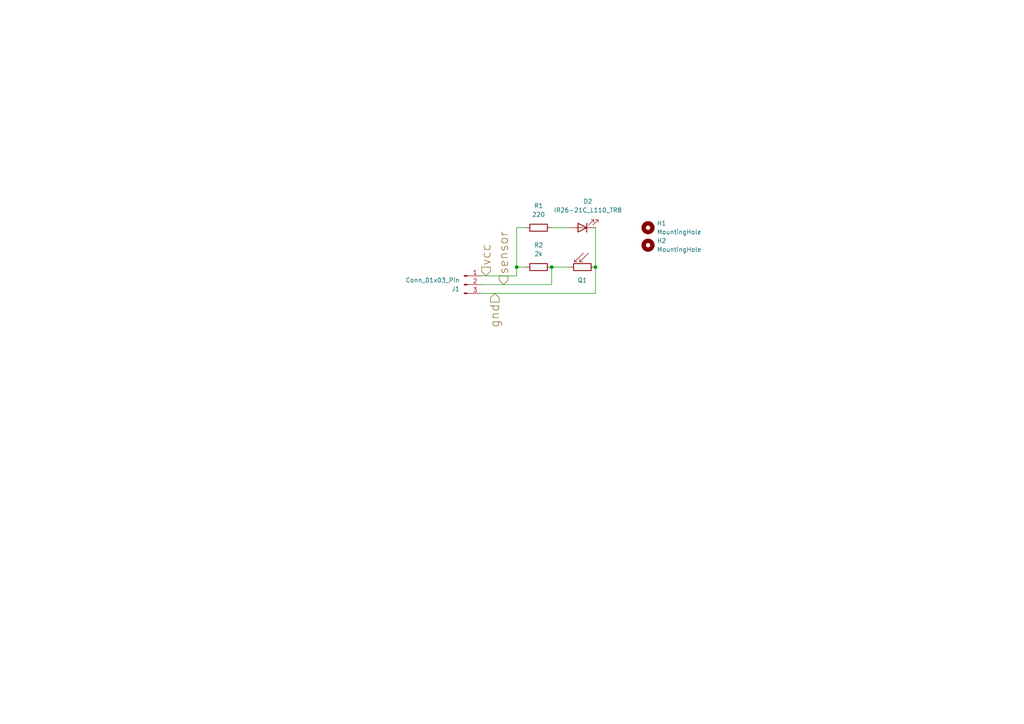
<source format=kicad_sch>
(kicad_sch (version 20250114) (generator "eeschema") (generator_version "9.0")
  (paper "A4")
  (title_block (rev "1.1.0"))
  (lib_symbols
    (symbol "Connector:Conn_01x03_Pin" (pin_names (offset 1.016) (hide yes))
      (property "Reference" "J" (at 0 5.08 0))
      (property "Value" "Conn_01x03_Pin" (at 0 -5.08 0))
      (symbol "Conn_01x03_Pin_1_1"
        (rectangle (start 0.8636 2.667) (end 0 2.413) (stroke (width 0.1524)) (fill (type outline)))
        (rectangle (start 0.8636 0.127) (end 0 -0.127) (stroke (width 0.1524)) (fill (type outline)))
        (rectangle (start 0.8636 -2.413) (end 0 -2.667) (stroke (width 0.1524)) (fill (type outline)))
        (polyline (pts (xy 1.27 2.54) (xy 0.8636 2.54)) (stroke (width 0.1524)))
        (polyline (pts (xy 1.27 0) (xy 0.8636 0)) (stroke (width 0.1524)))
        (polyline (pts (xy 1.27 -2.54) (xy 0.8636 -2.54)) (stroke (width 0.1524)))
        (pin passive line (at 5.08 2.54 180) (length 3.81) (name "Pin_1") (number "1"))
        (pin passive line (at 5.08 0 180) (length 3.81) (name "Pin_2") (number "2"))
        (pin passive line (at 5.08 -2.54 180) (length 3.81) (name "Pin_3") (number "3"))
      )
    )
    (symbol "Device:R" (pin_numbers (hide yes)) (pin_names (offset 0))
      (property "Reference" "R" (at 2.032 0 90))
      (property "Value" "R" (at 0 0 90))
      (symbol "R_0_1"
        (rectangle (start -1.016 -2.54) (end 1.016 2.54) (stroke (width 0.254)))
      )
      (symbol "R_1_1"
        (pin passive line (at 0 3.81 270) (length 1.27) (name "~") (number "1"))
        (pin passive line (at 0 -3.81 90) (length 1.27) (name "~") (number "2"))
      )
    )
    (symbol "LED:IR26-21C_L110_TR8" (pin_numbers (hide yes)) (pin_names (offset 1.016) (hide yes))
      (property "Reference" "D" (at 0 2.54 0))
      (property "Value" "IR26-21C_L110_TR8" (at 0 -3.81 0))
      (symbol "IR26-21C_L110_TR8_0_1"
        (polyline (pts (xy -3.048 -0.762) (xy -4.572 -2.286) (xy -3.81 -2.286) (xy -4.572 -2.286) (xy -4.572 -1.524)))
        (polyline (pts (xy -1.778 -0.762) (xy -3.302 -2.286) (xy -2.54 -2.286) (xy -3.302 -2.286) (xy -3.302 -1.524)))
        (polyline (pts (xy -1.27 0) (xy 1.27 0)))
        (polyline (pts (xy -1.27 -1.27) (xy -1.27 1.27)) (stroke (width 0.254)))
        (polyline (pts (xy 1.27 -1.27) (xy 1.27 1.27) (xy -1.27 0) (xy 1.27 -1.27)) (stroke (width 0.254)))
      )
      (symbol "IR26-21C_L110_TR8_1_1"
        (pin passive line (at -3.81 0 0) (length 2.54) (name "K") (number "1"))
        (pin passive line (at 3.81 0 180) (length 2.54) (name "A") (number "2"))
      )
    )
    (symbol "Mechanical:MountingHole" (pin_names (offset 1.016)) (exclude_from_sim yes) (in_bom no)
      (property "Reference" "H" (at 0 5.08 0))
      (property "Value" "MountingHole" (at 0 3.175 0))
      (symbol "MountingHole_0_1"
        (circle (center 0 0) (radius 1.27) (stroke (width 1.27)))
      )
    )
    (symbol "Sensor_Optical:LDR07" (pin_numbers (hide yes)) (pin_names (offset 0))
      (property "Reference" "R" (at -5.08 0 90))
      (property "Value" "LDR07" (at 1.905 0 90))
      (symbol "LDR07_0_1"
        (polyline (pts (xy -1.524 -0.762) (xy -4.064 1.778)))
        (polyline (pts (xy -1.524 -0.762) (xy -2.286 -0.762)))
        (polyline (pts (xy -1.524 -0.762) (xy -1.524 0)))
        (polyline (pts (xy -1.524 -2.286) (xy -4.064 0.254)))
        (polyline (pts (xy -1.524 -2.286) (xy -2.286 -2.286)))
        (polyline (pts (xy -1.524 -2.286) (xy -1.524 -1.524)))
        (rectangle (start -1.016 2.54) (end 1.016 -2.54) (stroke (width 0.254)))
      )
      (symbol "LDR07_1_1"
        (pin passive line (at 0 3.81 270) (length 1.27) (name "~") (number "1"))
        (pin passive line (at 0 -3.81 90) (length 1.27) (name "~") (number "2"))
      )
    )
  )
  (junction (at 160.02 77.47))
  (junction (at 172.72 77.47))
  (junction (at 149.86 77.47))
  (wire (pts (xy 139.7 80.01) (xy 149.86 80.01)))
  (wire (pts (xy 149.86 77.47) (xy 152.4 77.47)))
  (wire (pts (xy 172.72 66.04) (xy 172.72 77.47)))
  (wire (pts (xy 149.86 66.04) (xy 152.4 66.04)))
  (wire (pts (xy 172.72 85.09) (xy 139.7 85.09)))
  (wire (pts (xy 149.86 77.47) (xy 149.86 80.01)))
  (wire (pts (xy 160.02 77.47) (xy 165.1 77.47)))
  (wire (pts (xy 160.02 77.47) (xy 160.02 82.55)))
  (wire (pts (xy 149.86 66.04) (xy 149.86 77.47)))
  (wire (pts (xy 160.02 66.04) (xy 165.1 66.04)))
  (wire (pts (xy 172.72 77.47) (xy 172.72 85.09)))
  (wire (pts (xy 160.02 82.55) (xy 139.7 82.55)))
  (hierarchical_label "sensor" (shape input) (at 146.05 82.55 90) (effects (font (size 2.54 2.54))))
  (hierarchical_label "vcc" (shape input) (at 140.97 80.01 90) (effects (font (size 2.54 2.54))))
  (hierarchical_label "gnd" (shape input) (at 143.51 85.09 270) (effects (font (size 2.54 2.54))))
  (symbol (lib_id "Mechanical:MountingHole") (at 187.96 71.12 0) (unit 1) (exclude_from_sim yes) (in_bom no)
    (property "Reference" "H2" (at 190.5 69.8499 0) (effects (justify left)))
    (property "Value" "MountingHole" (at 190.5 72.3899 0) (effects (justify left)))
    (property "Footprint" "MountingHole:MountingHole_5.5mm" (effects (hide yes)))
    (property "Description" "Mounting Hole without connection" (effects (hide yes)))
  )
  (symbol (lib_id "LED:IR26-21C_L110_TR8") (at 168.91 66.04 180) (unit 1)
    (property "Reference" "D2" (at 170.4975 58.42 0))
    (property "Value" "IR26-21C_L110_TR8" (at 170.4975 60.96 0))
    (property "Footprint" "LED_THT:LED_D5.0mm_Horizontal_O3.81mm_Z3.0mm" (effects (hide yes)))
    (property "Datasheet" "http://www.everlight.com/file/ProductFile/IR26-21C-L110-TR8.pdf" (effects (hide yes)))
    (property "Description" "940nm, 20 deg, Infrared LED, 1206" (effects (hide yes)))
  )
  (symbol (lib_id "Device:R") (at 156.21 66.04 90) (unit 1)
    (property "Reference" "R1" (at 156.21 59.69 90))
    (property "Value" "220" (at 156.21 62.23 90))
    (property "Footprint" "Resistor_SMD:R_0805_2012Metric" (effects (hide yes)))
    (property "Description" "Resistor" (effects (hide yes)))
  )
  (symbol (lib_id "Mechanical:MountingHole") (at 187.96 66.04 90) (unit 1) (exclude_from_sim yes) (in_bom no)
    (property "Reference" "H1" (at 190.5 64.7699 90) (effects (justify right)))
    (property "Value" "MountingHole" (at 190.5 67.3099 90) (effects (justify right)))
    (property "Footprint" "MountingHole:MountingHole_5.5mm" (effects (hide yes)))
    (property "Description" "Mounting Hole without connection" (effects (hide yes)))
  )
  (symbol (lib_id "Connector:Conn_01x03_Pin") (at 134.62 82.55 0) (unit 1)
    (property "Reference" "J1" (at 133.35 83.8201 0) (effects (justify right)))
    (property "Value" "Conn_01x03_Pin" (at 133.35 81.2801 0) (effects (justify right)))
    (property "Footprint" "Connector_PinHeader_2.54mm:PinHeader_1x03_P2.54mm_Horizontal" (effects (hide yes)))
    (property "Description" "Generic connector, single row, 01x03, script generated" (effects (hide yes)))
    (property "MPN" "61300311021" (effects (hide yes)))
    (property "Manufacturer " "Wurth Elektronik" (effects (hide yes)))
  )
  (symbol (lib_id "Sensor_Optical:LDR07") (at 168.91 77.47 270) (unit 1)
    (property "Reference" "R3" (effects (hide yes)))
    (property "Value" "Q1" (at 168.91 81.28 90))
    (property "Footprint" "LED_THT:LED_D5.0mm_Horizontal_O3.81mm_Z3.0mm" (effects (hide yes)))
    (property "Datasheet" "http://www.tme.eu/de/Document/f2e3ad76a925811312d226c31da4cd7e/LDR07.pdf" (effects (hide yes)))
    (property "Description" "light dependent resistor" (effects (hide yes)))
  )
  (symbol (lib_id "Device:R") (at 156.21 77.47 90) (unit 1)
    (property "Reference" "R2" (at 156.21 71.12 90))
    (property "Value" "2k" (at 156.21 73.66 90))
    (property "Footprint" "Resistor_SMD:R_0805_2012Metric" (effects (hide yes)))
    (property "Description" "Resistor" (effects (hide yes)))
  )
)
</source>
